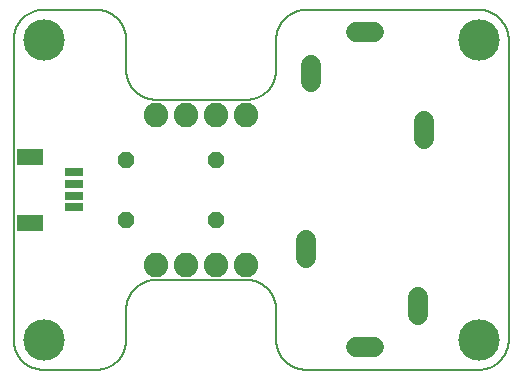
<source format=gts>
G75*
%MOIN*%
%OFA0B0*%
%FSLAX25Y25*%
%IPPOS*%
%LPD*%
%AMOC8*
5,1,8,0,0,1.08239X$1,22.5*
%
%ADD10C,0.00800*%
%ADD11R,0.08674X0.05524*%
%ADD12R,0.06115X0.03162*%
%ADD13C,0.00000*%
%ADD14C,0.13800*%
%ADD15C,0.08200*%
%ADD16C,0.06706*%
%ADD17OC8,0.05600*%
D10*
X0012250Y0015449D02*
X0029750Y0015449D01*
X0029992Y0015452D01*
X0030233Y0015461D01*
X0030474Y0015475D01*
X0030715Y0015496D01*
X0030955Y0015522D01*
X0031195Y0015554D01*
X0031434Y0015592D01*
X0031671Y0015635D01*
X0031908Y0015685D01*
X0032143Y0015740D01*
X0032377Y0015800D01*
X0032609Y0015867D01*
X0032840Y0015938D01*
X0033069Y0016016D01*
X0033296Y0016099D01*
X0033521Y0016187D01*
X0033744Y0016281D01*
X0033964Y0016380D01*
X0034182Y0016485D01*
X0034397Y0016594D01*
X0034610Y0016709D01*
X0034820Y0016829D01*
X0035026Y0016954D01*
X0035230Y0017084D01*
X0035431Y0017219D01*
X0035628Y0017359D01*
X0035822Y0017503D01*
X0036012Y0017652D01*
X0036198Y0017806D01*
X0036381Y0017964D01*
X0036560Y0018126D01*
X0036735Y0018293D01*
X0036906Y0018464D01*
X0037073Y0018639D01*
X0037235Y0018818D01*
X0037393Y0019001D01*
X0037547Y0019187D01*
X0037696Y0019377D01*
X0037840Y0019571D01*
X0037980Y0019768D01*
X0038115Y0019969D01*
X0038245Y0020173D01*
X0038370Y0020379D01*
X0038490Y0020589D01*
X0038605Y0020802D01*
X0038714Y0021017D01*
X0038819Y0021235D01*
X0038918Y0021455D01*
X0039012Y0021678D01*
X0039100Y0021903D01*
X0039183Y0022130D01*
X0039261Y0022359D01*
X0039332Y0022590D01*
X0039399Y0022822D01*
X0039459Y0023056D01*
X0039514Y0023291D01*
X0039564Y0023528D01*
X0039607Y0023765D01*
X0039645Y0024004D01*
X0039677Y0024244D01*
X0039703Y0024484D01*
X0039724Y0024725D01*
X0039738Y0024966D01*
X0039747Y0025207D01*
X0039750Y0025449D01*
X0039750Y0035449D01*
X0039753Y0035691D01*
X0039762Y0035932D01*
X0039776Y0036173D01*
X0039797Y0036414D01*
X0039823Y0036654D01*
X0039855Y0036894D01*
X0039893Y0037133D01*
X0039936Y0037370D01*
X0039986Y0037607D01*
X0040041Y0037842D01*
X0040101Y0038076D01*
X0040168Y0038308D01*
X0040239Y0038539D01*
X0040317Y0038768D01*
X0040400Y0038995D01*
X0040488Y0039220D01*
X0040582Y0039443D01*
X0040681Y0039663D01*
X0040786Y0039881D01*
X0040895Y0040096D01*
X0041010Y0040309D01*
X0041130Y0040519D01*
X0041255Y0040725D01*
X0041385Y0040929D01*
X0041520Y0041130D01*
X0041660Y0041327D01*
X0041804Y0041521D01*
X0041953Y0041711D01*
X0042107Y0041897D01*
X0042265Y0042080D01*
X0042427Y0042259D01*
X0042594Y0042434D01*
X0042765Y0042605D01*
X0042940Y0042772D01*
X0043119Y0042934D01*
X0043302Y0043092D01*
X0043488Y0043246D01*
X0043678Y0043395D01*
X0043872Y0043539D01*
X0044069Y0043679D01*
X0044270Y0043814D01*
X0044474Y0043944D01*
X0044680Y0044069D01*
X0044890Y0044189D01*
X0045103Y0044304D01*
X0045318Y0044413D01*
X0045536Y0044518D01*
X0045756Y0044617D01*
X0045979Y0044711D01*
X0046204Y0044799D01*
X0046431Y0044882D01*
X0046660Y0044960D01*
X0046891Y0045031D01*
X0047123Y0045098D01*
X0047357Y0045158D01*
X0047592Y0045213D01*
X0047829Y0045263D01*
X0048066Y0045306D01*
X0048305Y0045344D01*
X0048545Y0045376D01*
X0048785Y0045402D01*
X0049026Y0045423D01*
X0049267Y0045437D01*
X0049508Y0045446D01*
X0049750Y0045449D01*
X0079750Y0045449D01*
X0079992Y0045446D01*
X0080233Y0045437D01*
X0080474Y0045423D01*
X0080715Y0045402D01*
X0080955Y0045376D01*
X0081195Y0045344D01*
X0081434Y0045306D01*
X0081671Y0045263D01*
X0081908Y0045213D01*
X0082143Y0045158D01*
X0082377Y0045098D01*
X0082609Y0045031D01*
X0082840Y0044960D01*
X0083069Y0044882D01*
X0083296Y0044799D01*
X0083521Y0044711D01*
X0083744Y0044617D01*
X0083964Y0044518D01*
X0084182Y0044413D01*
X0084397Y0044304D01*
X0084610Y0044189D01*
X0084820Y0044069D01*
X0085026Y0043944D01*
X0085230Y0043814D01*
X0085431Y0043679D01*
X0085628Y0043539D01*
X0085822Y0043395D01*
X0086012Y0043246D01*
X0086198Y0043092D01*
X0086381Y0042934D01*
X0086560Y0042772D01*
X0086735Y0042605D01*
X0086906Y0042434D01*
X0087073Y0042259D01*
X0087235Y0042080D01*
X0087393Y0041897D01*
X0087547Y0041711D01*
X0087696Y0041521D01*
X0087840Y0041327D01*
X0087980Y0041130D01*
X0088115Y0040929D01*
X0088245Y0040725D01*
X0088370Y0040519D01*
X0088490Y0040309D01*
X0088605Y0040096D01*
X0088714Y0039881D01*
X0088819Y0039663D01*
X0088918Y0039443D01*
X0089012Y0039220D01*
X0089100Y0038995D01*
X0089183Y0038768D01*
X0089261Y0038539D01*
X0089332Y0038308D01*
X0089399Y0038076D01*
X0089459Y0037842D01*
X0089514Y0037607D01*
X0089564Y0037370D01*
X0089607Y0037133D01*
X0089645Y0036894D01*
X0089677Y0036654D01*
X0089703Y0036414D01*
X0089724Y0036173D01*
X0089738Y0035932D01*
X0089747Y0035691D01*
X0089750Y0035449D01*
X0089750Y0025449D01*
X0089753Y0025207D01*
X0089762Y0024966D01*
X0089776Y0024725D01*
X0089797Y0024484D01*
X0089823Y0024244D01*
X0089855Y0024004D01*
X0089893Y0023765D01*
X0089936Y0023528D01*
X0089986Y0023291D01*
X0090041Y0023056D01*
X0090101Y0022822D01*
X0090168Y0022590D01*
X0090239Y0022359D01*
X0090317Y0022130D01*
X0090400Y0021903D01*
X0090488Y0021678D01*
X0090582Y0021455D01*
X0090681Y0021235D01*
X0090786Y0021017D01*
X0090895Y0020802D01*
X0091010Y0020589D01*
X0091130Y0020379D01*
X0091255Y0020173D01*
X0091385Y0019969D01*
X0091520Y0019768D01*
X0091660Y0019571D01*
X0091804Y0019377D01*
X0091953Y0019187D01*
X0092107Y0019001D01*
X0092265Y0018818D01*
X0092427Y0018639D01*
X0092594Y0018464D01*
X0092765Y0018293D01*
X0092940Y0018126D01*
X0093119Y0017964D01*
X0093302Y0017806D01*
X0093488Y0017652D01*
X0093678Y0017503D01*
X0093872Y0017359D01*
X0094069Y0017219D01*
X0094270Y0017084D01*
X0094474Y0016954D01*
X0094680Y0016829D01*
X0094890Y0016709D01*
X0095103Y0016594D01*
X0095318Y0016485D01*
X0095536Y0016380D01*
X0095756Y0016281D01*
X0095979Y0016187D01*
X0096204Y0016099D01*
X0096431Y0016016D01*
X0096660Y0015938D01*
X0096891Y0015867D01*
X0097123Y0015800D01*
X0097357Y0015740D01*
X0097592Y0015685D01*
X0097829Y0015635D01*
X0098066Y0015592D01*
X0098305Y0015554D01*
X0098545Y0015522D01*
X0098785Y0015496D01*
X0099026Y0015475D01*
X0099267Y0015461D01*
X0099508Y0015452D01*
X0099750Y0015449D01*
X0157250Y0015449D01*
X0157492Y0015452D01*
X0157733Y0015461D01*
X0157974Y0015475D01*
X0158215Y0015496D01*
X0158455Y0015522D01*
X0158695Y0015554D01*
X0158934Y0015592D01*
X0159171Y0015635D01*
X0159408Y0015685D01*
X0159643Y0015740D01*
X0159877Y0015800D01*
X0160109Y0015867D01*
X0160340Y0015938D01*
X0160569Y0016016D01*
X0160796Y0016099D01*
X0161021Y0016187D01*
X0161244Y0016281D01*
X0161464Y0016380D01*
X0161682Y0016485D01*
X0161897Y0016594D01*
X0162110Y0016709D01*
X0162320Y0016829D01*
X0162526Y0016954D01*
X0162730Y0017084D01*
X0162931Y0017219D01*
X0163128Y0017359D01*
X0163322Y0017503D01*
X0163512Y0017652D01*
X0163698Y0017806D01*
X0163881Y0017964D01*
X0164060Y0018126D01*
X0164235Y0018293D01*
X0164406Y0018464D01*
X0164573Y0018639D01*
X0164735Y0018818D01*
X0164893Y0019001D01*
X0165047Y0019187D01*
X0165196Y0019377D01*
X0165340Y0019571D01*
X0165480Y0019768D01*
X0165615Y0019969D01*
X0165745Y0020173D01*
X0165870Y0020379D01*
X0165990Y0020589D01*
X0166105Y0020802D01*
X0166214Y0021017D01*
X0166319Y0021235D01*
X0166418Y0021455D01*
X0166512Y0021678D01*
X0166600Y0021903D01*
X0166683Y0022130D01*
X0166761Y0022359D01*
X0166832Y0022590D01*
X0166899Y0022822D01*
X0166959Y0023056D01*
X0167014Y0023291D01*
X0167064Y0023528D01*
X0167107Y0023765D01*
X0167145Y0024004D01*
X0167177Y0024244D01*
X0167203Y0024484D01*
X0167224Y0024725D01*
X0167238Y0024966D01*
X0167247Y0025207D01*
X0167250Y0025449D01*
X0167250Y0125449D01*
X0167247Y0125691D01*
X0167238Y0125932D01*
X0167224Y0126173D01*
X0167203Y0126414D01*
X0167177Y0126654D01*
X0167145Y0126894D01*
X0167107Y0127133D01*
X0167064Y0127370D01*
X0167014Y0127607D01*
X0166959Y0127842D01*
X0166899Y0128076D01*
X0166832Y0128308D01*
X0166761Y0128539D01*
X0166683Y0128768D01*
X0166600Y0128995D01*
X0166512Y0129220D01*
X0166418Y0129443D01*
X0166319Y0129663D01*
X0166214Y0129881D01*
X0166105Y0130096D01*
X0165990Y0130309D01*
X0165870Y0130519D01*
X0165745Y0130725D01*
X0165615Y0130929D01*
X0165480Y0131130D01*
X0165340Y0131327D01*
X0165196Y0131521D01*
X0165047Y0131711D01*
X0164893Y0131897D01*
X0164735Y0132080D01*
X0164573Y0132259D01*
X0164406Y0132434D01*
X0164235Y0132605D01*
X0164060Y0132772D01*
X0163881Y0132934D01*
X0163698Y0133092D01*
X0163512Y0133246D01*
X0163322Y0133395D01*
X0163128Y0133539D01*
X0162931Y0133679D01*
X0162730Y0133814D01*
X0162526Y0133944D01*
X0162320Y0134069D01*
X0162110Y0134189D01*
X0161897Y0134304D01*
X0161682Y0134413D01*
X0161464Y0134518D01*
X0161244Y0134617D01*
X0161021Y0134711D01*
X0160796Y0134799D01*
X0160569Y0134882D01*
X0160340Y0134960D01*
X0160109Y0135031D01*
X0159877Y0135098D01*
X0159643Y0135158D01*
X0159408Y0135213D01*
X0159171Y0135263D01*
X0158934Y0135306D01*
X0158695Y0135344D01*
X0158455Y0135376D01*
X0158215Y0135402D01*
X0157974Y0135423D01*
X0157733Y0135437D01*
X0157492Y0135446D01*
X0157250Y0135449D01*
X0099750Y0135449D01*
X0099508Y0135446D01*
X0099267Y0135437D01*
X0099026Y0135423D01*
X0098785Y0135402D01*
X0098545Y0135376D01*
X0098305Y0135344D01*
X0098066Y0135306D01*
X0097829Y0135263D01*
X0097592Y0135213D01*
X0097357Y0135158D01*
X0097123Y0135098D01*
X0096891Y0135031D01*
X0096660Y0134960D01*
X0096431Y0134882D01*
X0096204Y0134799D01*
X0095979Y0134711D01*
X0095756Y0134617D01*
X0095536Y0134518D01*
X0095318Y0134413D01*
X0095103Y0134304D01*
X0094890Y0134189D01*
X0094680Y0134069D01*
X0094474Y0133944D01*
X0094270Y0133814D01*
X0094069Y0133679D01*
X0093872Y0133539D01*
X0093678Y0133395D01*
X0093488Y0133246D01*
X0093302Y0133092D01*
X0093119Y0132934D01*
X0092940Y0132772D01*
X0092765Y0132605D01*
X0092594Y0132434D01*
X0092427Y0132259D01*
X0092265Y0132080D01*
X0092107Y0131897D01*
X0091953Y0131711D01*
X0091804Y0131521D01*
X0091660Y0131327D01*
X0091520Y0131130D01*
X0091385Y0130929D01*
X0091255Y0130725D01*
X0091130Y0130519D01*
X0091010Y0130309D01*
X0090895Y0130096D01*
X0090786Y0129881D01*
X0090681Y0129663D01*
X0090582Y0129443D01*
X0090488Y0129220D01*
X0090400Y0128995D01*
X0090317Y0128768D01*
X0090239Y0128539D01*
X0090168Y0128308D01*
X0090101Y0128076D01*
X0090041Y0127842D01*
X0089986Y0127607D01*
X0089936Y0127370D01*
X0089893Y0127133D01*
X0089855Y0126894D01*
X0089823Y0126654D01*
X0089797Y0126414D01*
X0089776Y0126173D01*
X0089762Y0125932D01*
X0089753Y0125691D01*
X0089750Y0125449D01*
X0089750Y0115449D01*
X0089747Y0115207D01*
X0089738Y0114966D01*
X0089724Y0114725D01*
X0089703Y0114484D01*
X0089677Y0114244D01*
X0089645Y0114004D01*
X0089607Y0113765D01*
X0089564Y0113528D01*
X0089514Y0113291D01*
X0089459Y0113056D01*
X0089399Y0112822D01*
X0089332Y0112590D01*
X0089261Y0112359D01*
X0089183Y0112130D01*
X0089100Y0111903D01*
X0089012Y0111678D01*
X0088918Y0111455D01*
X0088819Y0111235D01*
X0088714Y0111017D01*
X0088605Y0110802D01*
X0088490Y0110589D01*
X0088370Y0110379D01*
X0088245Y0110173D01*
X0088115Y0109969D01*
X0087980Y0109768D01*
X0087840Y0109571D01*
X0087696Y0109377D01*
X0087547Y0109187D01*
X0087393Y0109001D01*
X0087235Y0108818D01*
X0087073Y0108639D01*
X0086906Y0108464D01*
X0086735Y0108293D01*
X0086560Y0108126D01*
X0086381Y0107964D01*
X0086198Y0107806D01*
X0086012Y0107652D01*
X0085822Y0107503D01*
X0085628Y0107359D01*
X0085431Y0107219D01*
X0085230Y0107084D01*
X0085026Y0106954D01*
X0084820Y0106829D01*
X0084610Y0106709D01*
X0084397Y0106594D01*
X0084182Y0106485D01*
X0083964Y0106380D01*
X0083744Y0106281D01*
X0083521Y0106187D01*
X0083296Y0106099D01*
X0083069Y0106016D01*
X0082840Y0105938D01*
X0082609Y0105867D01*
X0082377Y0105800D01*
X0082143Y0105740D01*
X0081908Y0105685D01*
X0081671Y0105635D01*
X0081434Y0105592D01*
X0081195Y0105554D01*
X0080955Y0105522D01*
X0080715Y0105496D01*
X0080474Y0105475D01*
X0080233Y0105461D01*
X0079992Y0105452D01*
X0079750Y0105449D01*
X0049750Y0105449D01*
X0049508Y0105452D01*
X0049267Y0105461D01*
X0049026Y0105475D01*
X0048785Y0105496D01*
X0048545Y0105522D01*
X0048305Y0105554D01*
X0048066Y0105592D01*
X0047829Y0105635D01*
X0047592Y0105685D01*
X0047357Y0105740D01*
X0047123Y0105800D01*
X0046891Y0105867D01*
X0046660Y0105938D01*
X0046431Y0106016D01*
X0046204Y0106099D01*
X0045979Y0106187D01*
X0045756Y0106281D01*
X0045536Y0106380D01*
X0045318Y0106485D01*
X0045103Y0106594D01*
X0044890Y0106709D01*
X0044680Y0106829D01*
X0044474Y0106954D01*
X0044270Y0107084D01*
X0044069Y0107219D01*
X0043872Y0107359D01*
X0043678Y0107503D01*
X0043488Y0107652D01*
X0043302Y0107806D01*
X0043119Y0107964D01*
X0042940Y0108126D01*
X0042765Y0108293D01*
X0042594Y0108464D01*
X0042427Y0108639D01*
X0042265Y0108818D01*
X0042107Y0109001D01*
X0041953Y0109187D01*
X0041804Y0109377D01*
X0041660Y0109571D01*
X0041520Y0109768D01*
X0041385Y0109969D01*
X0041255Y0110173D01*
X0041130Y0110379D01*
X0041010Y0110589D01*
X0040895Y0110802D01*
X0040786Y0111017D01*
X0040681Y0111235D01*
X0040582Y0111455D01*
X0040488Y0111678D01*
X0040400Y0111903D01*
X0040317Y0112130D01*
X0040239Y0112359D01*
X0040168Y0112590D01*
X0040101Y0112822D01*
X0040041Y0113056D01*
X0039986Y0113291D01*
X0039936Y0113528D01*
X0039893Y0113765D01*
X0039855Y0114004D01*
X0039823Y0114244D01*
X0039797Y0114484D01*
X0039776Y0114725D01*
X0039762Y0114966D01*
X0039753Y0115207D01*
X0039750Y0115449D01*
X0039750Y0125449D01*
X0039747Y0125691D01*
X0039738Y0125932D01*
X0039724Y0126173D01*
X0039703Y0126414D01*
X0039677Y0126654D01*
X0039645Y0126894D01*
X0039607Y0127133D01*
X0039564Y0127370D01*
X0039514Y0127607D01*
X0039459Y0127842D01*
X0039399Y0128076D01*
X0039332Y0128308D01*
X0039261Y0128539D01*
X0039183Y0128768D01*
X0039100Y0128995D01*
X0039012Y0129220D01*
X0038918Y0129443D01*
X0038819Y0129663D01*
X0038714Y0129881D01*
X0038605Y0130096D01*
X0038490Y0130309D01*
X0038370Y0130519D01*
X0038245Y0130725D01*
X0038115Y0130929D01*
X0037980Y0131130D01*
X0037840Y0131327D01*
X0037696Y0131521D01*
X0037547Y0131711D01*
X0037393Y0131897D01*
X0037235Y0132080D01*
X0037073Y0132259D01*
X0036906Y0132434D01*
X0036735Y0132605D01*
X0036560Y0132772D01*
X0036381Y0132934D01*
X0036198Y0133092D01*
X0036012Y0133246D01*
X0035822Y0133395D01*
X0035628Y0133539D01*
X0035431Y0133679D01*
X0035230Y0133814D01*
X0035026Y0133944D01*
X0034820Y0134069D01*
X0034610Y0134189D01*
X0034397Y0134304D01*
X0034182Y0134413D01*
X0033964Y0134518D01*
X0033744Y0134617D01*
X0033521Y0134711D01*
X0033296Y0134799D01*
X0033069Y0134882D01*
X0032840Y0134960D01*
X0032609Y0135031D01*
X0032377Y0135098D01*
X0032143Y0135158D01*
X0031908Y0135213D01*
X0031671Y0135263D01*
X0031434Y0135306D01*
X0031195Y0135344D01*
X0030955Y0135376D01*
X0030715Y0135402D01*
X0030474Y0135423D01*
X0030233Y0135437D01*
X0029992Y0135446D01*
X0029750Y0135449D01*
X0012250Y0135449D01*
X0012008Y0135446D01*
X0011767Y0135437D01*
X0011526Y0135423D01*
X0011285Y0135402D01*
X0011045Y0135376D01*
X0010805Y0135344D01*
X0010566Y0135306D01*
X0010329Y0135263D01*
X0010092Y0135213D01*
X0009857Y0135158D01*
X0009623Y0135098D01*
X0009391Y0135031D01*
X0009160Y0134960D01*
X0008931Y0134882D01*
X0008704Y0134799D01*
X0008479Y0134711D01*
X0008256Y0134617D01*
X0008036Y0134518D01*
X0007818Y0134413D01*
X0007603Y0134304D01*
X0007390Y0134189D01*
X0007180Y0134069D01*
X0006974Y0133944D01*
X0006770Y0133814D01*
X0006569Y0133679D01*
X0006372Y0133539D01*
X0006178Y0133395D01*
X0005988Y0133246D01*
X0005802Y0133092D01*
X0005619Y0132934D01*
X0005440Y0132772D01*
X0005265Y0132605D01*
X0005094Y0132434D01*
X0004927Y0132259D01*
X0004765Y0132080D01*
X0004607Y0131897D01*
X0004453Y0131711D01*
X0004304Y0131521D01*
X0004160Y0131327D01*
X0004020Y0131130D01*
X0003885Y0130929D01*
X0003755Y0130725D01*
X0003630Y0130519D01*
X0003510Y0130309D01*
X0003395Y0130096D01*
X0003286Y0129881D01*
X0003181Y0129663D01*
X0003082Y0129443D01*
X0002988Y0129220D01*
X0002900Y0128995D01*
X0002817Y0128768D01*
X0002739Y0128539D01*
X0002668Y0128308D01*
X0002601Y0128076D01*
X0002541Y0127842D01*
X0002486Y0127607D01*
X0002436Y0127370D01*
X0002393Y0127133D01*
X0002355Y0126894D01*
X0002323Y0126654D01*
X0002297Y0126414D01*
X0002276Y0126173D01*
X0002262Y0125932D01*
X0002253Y0125691D01*
X0002250Y0125449D01*
X0002250Y0025449D01*
X0002253Y0025207D01*
X0002262Y0024966D01*
X0002276Y0024725D01*
X0002297Y0024484D01*
X0002323Y0024244D01*
X0002355Y0024004D01*
X0002393Y0023765D01*
X0002436Y0023528D01*
X0002486Y0023291D01*
X0002541Y0023056D01*
X0002601Y0022822D01*
X0002668Y0022590D01*
X0002739Y0022359D01*
X0002817Y0022130D01*
X0002900Y0021903D01*
X0002988Y0021678D01*
X0003082Y0021455D01*
X0003181Y0021235D01*
X0003286Y0021017D01*
X0003395Y0020802D01*
X0003510Y0020589D01*
X0003630Y0020379D01*
X0003755Y0020173D01*
X0003885Y0019969D01*
X0004020Y0019768D01*
X0004160Y0019571D01*
X0004304Y0019377D01*
X0004453Y0019187D01*
X0004607Y0019001D01*
X0004765Y0018818D01*
X0004927Y0018639D01*
X0005094Y0018464D01*
X0005265Y0018293D01*
X0005440Y0018126D01*
X0005619Y0017964D01*
X0005802Y0017806D01*
X0005988Y0017652D01*
X0006178Y0017503D01*
X0006372Y0017359D01*
X0006569Y0017219D01*
X0006770Y0017084D01*
X0006974Y0016954D01*
X0007180Y0016829D01*
X0007390Y0016709D01*
X0007603Y0016594D01*
X0007818Y0016485D01*
X0008036Y0016380D01*
X0008256Y0016281D01*
X0008479Y0016187D01*
X0008704Y0016099D01*
X0008931Y0016016D01*
X0009160Y0015938D01*
X0009391Y0015867D01*
X0009623Y0015800D01*
X0009857Y0015740D01*
X0010092Y0015685D01*
X0010329Y0015635D01*
X0010566Y0015592D01*
X0010805Y0015554D01*
X0011045Y0015522D01*
X0011285Y0015496D01*
X0011526Y0015475D01*
X0011767Y0015461D01*
X0012008Y0015452D01*
X0012250Y0015449D01*
D11*
X0007781Y0064425D03*
X0007781Y0086472D03*
D12*
X0022250Y0081354D03*
X0022250Y0077417D03*
X0022250Y0073480D03*
X0022250Y0069543D03*
D13*
X0005750Y0025449D02*
X0005752Y0025610D01*
X0005758Y0025770D01*
X0005768Y0025931D01*
X0005782Y0026091D01*
X0005800Y0026251D01*
X0005821Y0026410D01*
X0005847Y0026569D01*
X0005877Y0026727D01*
X0005910Y0026884D01*
X0005948Y0027041D01*
X0005989Y0027196D01*
X0006034Y0027350D01*
X0006083Y0027503D01*
X0006136Y0027655D01*
X0006192Y0027806D01*
X0006253Y0027955D01*
X0006316Y0028103D01*
X0006384Y0028249D01*
X0006455Y0028393D01*
X0006529Y0028535D01*
X0006607Y0028676D01*
X0006689Y0028814D01*
X0006774Y0028951D01*
X0006862Y0029085D01*
X0006954Y0029217D01*
X0007049Y0029347D01*
X0007147Y0029475D01*
X0007248Y0029600D01*
X0007352Y0029722D01*
X0007459Y0029842D01*
X0007569Y0029959D01*
X0007682Y0030074D01*
X0007798Y0030185D01*
X0007917Y0030294D01*
X0008038Y0030399D01*
X0008162Y0030502D01*
X0008288Y0030602D01*
X0008416Y0030698D01*
X0008547Y0030791D01*
X0008681Y0030881D01*
X0008816Y0030968D01*
X0008954Y0031051D01*
X0009093Y0031131D01*
X0009235Y0031207D01*
X0009378Y0031280D01*
X0009523Y0031349D01*
X0009670Y0031415D01*
X0009818Y0031477D01*
X0009968Y0031535D01*
X0010119Y0031590D01*
X0010272Y0031641D01*
X0010426Y0031688D01*
X0010581Y0031731D01*
X0010737Y0031770D01*
X0010893Y0031806D01*
X0011051Y0031837D01*
X0011209Y0031865D01*
X0011368Y0031889D01*
X0011528Y0031909D01*
X0011688Y0031925D01*
X0011848Y0031937D01*
X0012009Y0031945D01*
X0012170Y0031949D01*
X0012330Y0031949D01*
X0012491Y0031945D01*
X0012652Y0031937D01*
X0012812Y0031925D01*
X0012972Y0031909D01*
X0013132Y0031889D01*
X0013291Y0031865D01*
X0013449Y0031837D01*
X0013607Y0031806D01*
X0013763Y0031770D01*
X0013919Y0031731D01*
X0014074Y0031688D01*
X0014228Y0031641D01*
X0014381Y0031590D01*
X0014532Y0031535D01*
X0014682Y0031477D01*
X0014830Y0031415D01*
X0014977Y0031349D01*
X0015122Y0031280D01*
X0015265Y0031207D01*
X0015407Y0031131D01*
X0015546Y0031051D01*
X0015684Y0030968D01*
X0015819Y0030881D01*
X0015953Y0030791D01*
X0016084Y0030698D01*
X0016212Y0030602D01*
X0016338Y0030502D01*
X0016462Y0030399D01*
X0016583Y0030294D01*
X0016702Y0030185D01*
X0016818Y0030074D01*
X0016931Y0029959D01*
X0017041Y0029842D01*
X0017148Y0029722D01*
X0017252Y0029600D01*
X0017353Y0029475D01*
X0017451Y0029347D01*
X0017546Y0029217D01*
X0017638Y0029085D01*
X0017726Y0028951D01*
X0017811Y0028814D01*
X0017893Y0028676D01*
X0017971Y0028535D01*
X0018045Y0028393D01*
X0018116Y0028249D01*
X0018184Y0028103D01*
X0018247Y0027955D01*
X0018308Y0027806D01*
X0018364Y0027655D01*
X0018417Y0027503D01*
X0018466Y0027350D01*
X0018511Y0027196D01*
X0018552Y0027041D01*
X0018590Y0026884D01*
X0018623Y0026727D01*
X0018653Y0026569D01*
X0018679Y0026410D01*
X0018700Y0026251D01*
X0018718Y0026091D01*
X0018732Y0025931D01*
X0018742Y0025770D01*
X0018748Y0025610D01*
X0018750Y0025449D01*
X0018748Y0025288D01*
X0018742Y0025128D01*
X0018732Y0024967D01*
X0018718Y0024807D01*
X0018700Y0024647D01*
X0018679Y0024488D01*
X0018653Y0024329D01*
X0018623Y0024171D01*
X0018590Y0024014D01*
X0018552Y0023857D01*
X0018511Y0023702D01*
X0018466Y0023548D01*
X0018417Y0023395D01*
X0018364Y0023243D01*
X0018308Y0023092D01*
X0018247Y0022943D01*
X0018184Y0022795D01*
X0018116Y0022649D01*
X0018045Y0022505D01*
X0017971Y0022363D01*
X0017893Y0022222D01*
X0017811Y0022084D01*
X0017726Y0021947D01*
X0017638Y0021813D01*
X0017546Y0021681D01*
X0017451Y0021551D01*
X0017353Y0021423D01*
X0017252Y0021298D01*
X0017148Y0021176D01*
X0017041Y0021056D01*
X0016931Y0020939D01*
X0016818Y0020824D01*
X0016702Y0020713D01*
X0016583Y0020604D01*
X0016462Y0020499D01*
X0016338Y0020396D01*
X0016212Y0020296D01*
X0016084Y0020200D01*
X0015953Y0020107D01*
X0015819Y0020017D01*
X0015684Y0019930D01*
X0015546Y0019847D01*
X0015407Y0019767D01*
X0015265Y0019691D01*
X0015122Y0019618D01*
X0014977Y0019549D01*
X0014830Y0019483D01*
X0014682Y0019421D01*
X0014532Y0019363D01*
X0014381Y0019308D01*
X0014228Y0019257D01*
X0014074Y0019210D01*
X0013919Y0019167D01*
X0013763Y0019128D01*
X0013607Y0019092D01*
X0013449Y0019061D01*
X0013291Y0019033D01*
X0013132Y0019009D01*
X0012972Y0018989D01*
X0012812Y0018973D01*
X0012652Y0018961D01*
X0012491Y0018953D01*
X0012330Y0018949D01*
X0012170Y0018949D01*
X0012009Y0018953D01*
X0011848Y0018961D01*
X0011688Y0018973D01*
X0011528Y0018989D01*
X0011368Y0019009D01*
X0011209Y0019033D01*
X0011051Y0019061D01*
X0010893Y0019092D01*
X0010737Y0019128D01*
X0010581Y0019167D01*
X0010426Y0019210D01*
X0010272Y0019257D01*
X0010119Y0019308D01*
X0009968Y0019363D01*
X0009818Y0019421D01*
X0009670Y0019483D01*
X0009523Y0019549D01*
X0009378Y0019618D01*
X0009235Y0019691D01*
X0009093Y0019767D01*
X0008954Y0019847D01*
X0008816Y0019930D01*
X0008681Y0020017D01*
X0008547Y0020107D01*
X0008416Y0020200D01*
X0008288Y0020296D01*
X0008162Y0020396D01*
X0008038Y0020499D01*
X0007917Y0020604D01*
X0007798Y0020713D01*
X0007682Y0020824D01*
X0007569Y0020939D01*
X0007459Y0021056D01*
X0007352Y0021176D01*
X0007248Y0021298D01*
X0007147Y0021423D01*
X0007049Y0021551D01*
X0006954Y0021681D01*
X0006862Y0021813D01*
X0006774Y0021947D01*
X0006689Y0022084D01*
X0006607Y0022222D01*
X0006529Y0022363D01*
X0006455Y0022505D01*
X0006384Y0022649D01*
X0006316Y0022795D01*
X0006253Y0022943D01*
X0006192Y0023092D01*
X0006136Y0023243D01*
X0006083Y0023395D01*
X0006034Y0023548D01*
X0005989Y0023702D01*
X0005948Y0023857D01*
X0005910Y0024014D01*
X0005877Y0024171D01*
X0005847Y0024329D01*
X0005821Y0024488D01*
X0005800Y0024647D01*
X0005782Y0024807D01*
X0005768Y0024967D01*
X0005758Y0025128D01*
X0005752Y0025288D01*
X0005750Y0025449D01*
X0005750Y0125449D02*
X0005752Y0125610D01*
X0005758Y0125770D01*
X0005768Y0125931D01*
X0005782Y0126091D01*
X0005800Y0126251D01*
X0005821Y0126410D01*
X0005847Y0126569D01*
X0005877Y0126727D01*
X0005910Y0126884D01*
X0005948Y0127041D01*
X0005989Y0127196D01*
X0006034Y0127350D01*
X0006083Y0127503D01*
X0006136Y0127655D01*
X0006192Y0127806D01*
X0006253Y0127955D01*
X0006316Y0128103D01*
X0006384Y0128249D01*
X0006455Y0128393D01*
X0006529Y0128535D01*
X0006607Y0128676D01*
X0006689Y0128814D01*
X0006774Y0128951D01*
X0006862Y0129085D01*
X0006954Y0129217D01*
X0007049Y0129347D01*
X0007147Y0129475D01*
X0007248Y0129600D01*
X0007352Y0129722D01*
X0007459Y0129842D01*
X0007569Y0129959D01*
X0007682Y0130074D01*
X0007798Y0130185D01*
X0007917Y0130294D01*
X0008038Y0130399D01*
X0008162Y0130502D01*
X0008288Y0130602D01*
X0008416Y0130698D01*
X0008547Y0130791D01*
X0008681Y0130881D01*
X0008816Y0130968D01*
X0008954Y0131051D01*
X0009093Y0131131D01*
X0009235Y0131207D01*
X0009378Y0131280D01*
X0009523Y0131349D01*
X0009670Y0131415D01*
X0009818Y0131477D01*
X0009968Y0131535D01*
X0010119Y0131590D01*
X0010272Y0131641D01*
X0010426Y0131688D01*
X0010581Y0131731D01*
X0010737Y0131770D01*
X0010893Y0131806D01*
X0011051Y0131837D01*
X0011209Y0131865D01*
X0011368Y0131889D01*
X0011528Y0131909D01*
X0011688Y0131925D01*
X0011848Y0131937D01*
X0012009Y0131945D01*
X0012170Y0131949D01*
X0012330Y0131949D01*
X0012491Y0131945D01*
X0012652Y0131937D01*
X0012812Y0131925D01*
X0012972Y0131909D01*
X0013132Y0131889D01*
X0013291Y0131865D01*
X0013449Y0131837D01*
X0013607Y0131806D01*
X0013763Y0131770D01*
X0013919Y0131731D01*
X0014074Y0131688D01*
X0014228Y0131641D01*
X0014381Y0131590D01*
X0014532Y0131535D01*
X0014682Y0131477D01*
X0014830Y0131415D01*
X0014977Y0131349D01*
X0015122Y0131280D01*
X0015265Y0131207D01*
X0015407Y0131131D01*
X0015546Y0131051D01*
X0015684Y0130968D01*
X0015819Y0130881D01*
X0015953Y0130791D01*
X0016084Y0130698D01*
X0016212Y0130602D01*
X0016338Y0130502D01*
X0016462Y0130399D01*
X0016583Y0130294D01*
X0016702Y0130185D01*
X0016818Y0130074D01*
X0016931Y0129959D01*
X0017041Y0129842D01*
X0017148Y0129722D01*
X0017252Y0129600D01*
X0017353Y0129475D01*
X0017451Y0129347D01*
X0017546Y0129217D01*
X0017638Y0129085D01*
X0017726Y0128951D01*
X0017811Y0128814D01*
X0017893Y0128676D01*
X0017971Y0128535D01*
X0018045Y0128393D01*
X0018116Y0128249D01*
X0018184Y0128103D01*
X0018247Y0127955D01*
X0018308Y0127806D01*
X0018364Y0127655D01*
X0018417Y0127503D01*
X0018466Y0127350D01*
X0018511Y0127196D01*
X0018552Y0127041D01*
X0018590Y0126884D01*
X0018623Y0126727D01*
X0018653Y0126569D01*
X0018679Y0126410D01*
X0018700Y0126251D01*
X0018718Y0126091D01*
X0018732Y0125931D01*
X0018742Y0125770D01*
X0018748Y0125610D01*
X0018750Y0125449D01*
X0018748Y0125288D01*
X0018742Y0125128D01*
X0018732Y0124967D01*
X0018718Y0124807D01*
X0018700Y0124647D01*
X0018679Y0124488D01*
X0018653Y0124329D01*
X0018623Y0124171D01*
X0018590Y0124014D01*
X0018552Y0123857D01*
X0018511Y0123702D01*
X0018466Y0123548D01*
X0018417Y0123395D01*
X0018364Y0123243D01*
X0018308Y0123092D01*
X0018247Y0122943D01*
X0018184Y0122795D01*
X0018116Y0122649D01*
X0018045Y0122505D01*
X0017971Y0122363D01*
X0017893Y0122222D01*
X0017811Y0122084D01*
X0017726Y0121947D01*
X0017638Y0121813D01*
X0017546Y0121681D01*
X0017451Y0121551D01*
X0017353Y0121423D01*
X0017252Y0121298D01*
X0017148Y0121176D01*
X0017041Y0121056D01*
X0016931Y0120939D01*
X0016818Y0120824D01*
X0016702Y0120713D01*
X0016583Y0120604D01*
X0016462Y0120499D01*
X0016338Y0120396D01*
X0016212Y0120296D01*
X0016084Y0120200D01*
X0015953Y0120107D01*
X0015819Y0120017D01*
X0015684Y0119930D01*
X0015546Y0119847D01*
X0015407Y0119767D01*
X0015265Y0119691D01*
X0015122Y0119618D01*
X0014977Y0119549D01*
X0014830Y0119483D01*
X0014682Y0119421D01*
X0014532Y0119363D01*
X0014381Y0119308D01*
X0014228Y0119257D01*
X0014074Y0119210D01*
X0013919Y0119167D01*
X0013763Y0119128D01*
X0013607Y0119092D01*
X0013449Y0119061D01*
X0013291Y0119033D01*
X0013132Y0119009D01*
X0012972Y0118989D01*
X0012812Y0118973D01*
X0012652Y0118961D01*
X0012491Y0118953D01*
X0012330Y0118949D01*
X0012170Y0118949D01*
X0012009Y0118953D01*
X0011848Y0118961D01*
X0011688Y0118973D01*
X0011528Y0118989D01*
X0011368Y0119009D01*
X0011209Y0119033D01*
X0011051Y0119061D01*
X0010893Y0119092D01*
X0010737Y0119128D01*
X0010581Y0119167D01*
X0010426Y0119210D01*
X0010272Y0119257D01*
X0010119Y0119308D01*
X0009968Y0119363D01*
X0009818Y0119421D01*
X0009670Y0119483D01*
X0009523Y0119549D01*
X0009378Y0119618D01*
X0009235Y0119691D01*
X0009093Y0119767D01*
X0008954Y0119847D01*
X0008816Y0119930D01*
X0008681Y0120017D01*
X0008547Y0120107D01*
X0008416Y0120200D01*
X0008288Y0120296D01*
X0008162Y0120396D01*
X0008038Y0120499D01*
X0007917Y0120604D01*
X0007798Y0120713D01*
X0007682Y0120824D01*
X0007569Y0120939D01*
X0007459Y0121056D01*
X0007352Y0121176D01*
X0007248Y0121298D01*
X0007147Y0121423D01*
X0007049Y0121551D01*
X0006954Y0121681D01*
X0006862Y0121813D01*
X0006774Y0121947D01*
X0006689Y0122084D01*
X0006607Y0122222D01*
X0006529Y0122363D01*
X0006455Y0122505D01*
X0006384Y0122649D01*
X0006316Y0122795D01*
X0006253Y0122943D01*
X0006192Y0123092D01*
X0006136Y0123243D01*
X0006083Y0123395D01*
X0006034Y0123548D01*
X0005989Y0123702D01*
X0005948Y0123857D01*
X0005910Y0124014D01*
X0005877Y0124171D01*
X0005847Y0124329D01*
X0005821Y0124488D01*
X0005800Y0124647D01*
X0005782Y0124807D01*
X0005768Y0124967D01*
X0005758Y0125128D01*
X0005752Y0125288D01*
X0005750Y0125449D01*
X0150750Y0125449D02*
X0150752Y0125610D01*
X0150758Y0125770D01*
X0150768Y0125931D01*
X0150782Y0126091D01*
X0150800Y0126251D01*
X0150821Y0126410D01*
X0150847Y0126569D01*
X0150877Y0126727D01*
X0150910Y0126884D01*
X0150948Y0127041D01*
X0150989Y0127196D01*
X0151034Y0127350D01*
X0151083Y0127503D01*
X0151136Y0127655D01*
X0151192Y0127806D01*
X0151253Y0127955D01*
X0151316Y0128103D01*
X0151384Y0128249D01*
X0151455Y0128393D01*
X0151529Y0128535D01*
X0151607Y0128676D01*
X0151689Y0128814D01*
X0151774Y0128951D01*
X0151862Y0129085D01*
X0151954Y0129217D01*
X0152049Y0129347D01*
X0152147Y0129475D01*
X0152248Y0129600D01*
X0152352Y0129722D01*
X0152459Y0129842D01*
X0152569Y0129959D01*
X0152682Y0130074D01*
X0152798Y0130185D01*
X0152917Y0130294D01*
X0153038Y0130399D01*
X0153162Y0130502D01*
X0153288Y0130602D01*
X0153416Y0130698D01*
X0153547Y0130791D01*
X0153681Y0130881D01*
X0153816Y0130968D01*
X0153954Y0131051D01*
X0154093Y0131131D01*
X0154235Y0131207D01*
X0154378Y0131280D01*
X0154523Y0131349D01*
X0154670Y0131415D01*
X0154818Y0131477D01*
X0154968Y0131535D01*
X0155119Y0131590D01*
X0155272Y0131641D01*
X0155426Y0131688D01*
X0155581Y0131731D01*
X0155737Y0131770D01*
X0155893Y0131806D01*
X0156051Y0131837D01*
X0156209Y0131865D01*
X0156368Y0131889D01*
X0156528Y0131909D01*
X0156688Y0131925D01*
X0156848Y0131937D01*
X0157009Y0131945D01*
X0157170Y0131949D01*
X0157330Y0131949D01*
X0157491Y0131945D01*
X0157652Y0131937D01*
X0157812Y0131925D01*
X0157972Y0131909D01*
X0158132Y0131889D01*
X0158291Y0131865D01*
X0158449Y0131837D01*
X0158607Y0131806D01*
X0158763Y0131770D01*
X0158919Y0131731D01*
X0159074Y0131688D01*
X0159228Y0131641D01*
X0159381Y0131590D01*
X0159532Y0131535D01*
X0159682Y0131477D01*
X0159830Y0131415D01*
X0159977Y0131349D01*
X0160122Y0131280D01*
X0160265Y0131207D01*
X0160407Y0131131D01*
X0160546Y0131051D01*
X0160684Y0130968D01*
X0160819Y0130881D01*
X0160953Y0130791D01*
X0161084Y0130698D01*
X0161212Y0130602D01*
X0161338Y0130502D01*
X0161462Y0130399D01*
X0161583Y0130294D01*
X0161702Y0130185D01*
X0161818Y0130074D01*
X0161931Y0129959D01*
X0162041Y0129842D01*
X0162148Y0129722D01*
X0162252Y0129600D01*
X0162353Y0129475D01*
X0162451Y0129347D01*
X0162546Y0129217D01*
X0162638Y0129085D01*
X0162726Y0128951D01*
X0162811Y0128814D01*
X0162893Y0128676D01*
X0162971Y0128535D01*
X0163045Y0128393D01*
X0163116Y0128249D01*
X0163184Y0128103D01*
X0163247Y0127955D01*
X0163308Y0127806D01*
X0163364Y0127655D01*
X0163417Y0127503D01*
X0163466Y0127350D01*
X0163511Y0127196D01*
X0163552Y0127041D01*
X0163590Y0126884D01*
X0163623Y0126727D01*
X0163653Y0126569D01*
X0163679Y0126410D01*
X0163700Y0126251D01*
X0163718Y0126091D01*
X0163732Y0125931D01*
X0163742Y0125770D01*
X0163748Y0125610D01*
X0163750Y0125449D01*
X0163748Y0125288D01*
X0163742Y0125128D01*
X0163732Y0124967D01*
X0163718Y0124807D01*
X0163700Y0124647D01*
X0163679Y0124488D01*
X0163653Y0124329D01*
X0163623Y0124171D01*
X0163590Y0124014D01*
X0163552Y0123857D01*
X0163511Y0123702D01*
X0163466Y0123548D01*
X0163417Y0123395D01*
X0163364Y0123243D01*
X0163308Y0123092D01*
X0163247Y0122943D01*
X0163184Y0122795D01*
X0163116Y0122649D01*
X0163045Y0122505D01*
X0162971Y0122363D01*
X0162893Y0122222D01*
X0162811Y0122084D01*
X0162726Y0121947D01*
X0162638Y0121813D01*
X0162546Y0121681D01*
X0162451Y0121551D01*
X0162353Y0121423D01*
X0162252Y0121298D01*
X0162148Y0121176D01*
X0162041Y0121056D01*
X0161931Y0120939D01*
X0161818Y0120824D01*
X0161702Y0120713D01*
X0161583Y0120604D01*
X0161462Y0120499D01*
X0161338Y0120396D01*
X0161212Y0120296D01*
X0161084Y0120200D01*
X0160953Y0120107D01*
X0160819Y0120017D01*
X0160684Y0119930D01*
X0160546Y0119847D01*
X0160407Y0119767D01*
X0160265Y0119691D01*
X0160122Y0119618D01*
X0159977Y0119549D01*
X0159830Y0119483D01*
X0159682Y0119421D01*
X0159532Y0119363D01*
X0159381Y0119308D01*
X0159228Y0119257D01*
X0159074Y0119210D01*
X0158919Y0119167D01*
X0158763Y0119128D01*
X0158607Y0119092D01*
X0158449Y0119061D01*
X0158291Y0119033D01*
X0158132Y0119009D01*
X0157972Y0118989D01*
X0157812Y0118973D01*
X0157652Y0118961D01*
X0157491Y0118953D01*
X0157330Y0118949D01*
X0157170Y0118949D01*
X0157009Y0118953D01*
X0156848Y0118961D01*
X0156688Y0118973D01*
X0156528Y0118989D01*
X0156368Y0119009D01*
X0156209Y0119033D01*
X0156051Y0119061D01*
X0155893Y0119092D01*
X0155737Y0119128D01*
X0155581Y0119167D01*
X0155426Y0119210D01*
X0155272Y0119257D01*
X0155119Y0119308D01*
X0154968Y0119363D01*
X0154818Y0119421D01*
X0154670Y0119483D01*
X0154523Y0119549D01*
X0154378Y0119618D01*
X0154235Y0119691D01*
X0154093Y0119767D01*
X0153954Y0119847D01*
X0153816Y0119930D01*
X0153681Y0120017D01*
X0153547Y0120107D01*
X0153416Y0120200D01*
X0153288Y0120296D01*
X0153162Y0120396D01*
X0153038Y0120499D01*
X0152917Y0120604D01*
X0152798Y0120713D01*
X0152682Y0120824D01*
X0152569Y0120939D01*
X0152459Y0121056D01*
X0152352Y0121176D01*
X0152248Y0121298D01*
X0152147Y0121423D01*
X0152049Y0121551D01*
X0151954Y0121681D01*
X0151862Y0121813D01*
X0151774Y0121947D01*
X0151689Y0122084D01*
X0151607Y0122222D01*
X0151529Y0122363D01*
X0151455Y0122505D01*
X0151384Y0122649D01*
X0151316Y0122795D01*
X0151253Y0122943D01*
X0151192Y0123092D01*
X0151136Y0123243D01*
X0151083Y0123395D01*
X0151034Y0123548D01*
X0150989Y0123702D01*
X0150948Y0123857D01*
X0150910Y0124014D01*
X0150877Y0124171D01*
X0150847Y0124329D01*
X0150821Y0124488D01*
X0150800Y0124647D01*
X0150782Y0124807D01*
X0150768Y0124967D01*
X0150758Y0125128D01*
X0150752Y0125288D01*
X0150750Y0125449D01*
X0150750Y0025449D02*
X0150752Y0025610D01*
X0150758Y0025770D01*
X0150768Y0025931D01*
X0150782Y0026091D01*
X0150800Y0026251D01*
X0150821Y0026410D01*
X0150847Y0026569D01*
X0150877Y0026727D01*
X0150910Y0026884D01*
X0150948Y0027041D01*
X0150989Y0027196D01*
X0151034Y0027350D01*
X0151083Y0027503D01*
X0151136Y0027655D01*
X0151192Y0027806D01*
X0151253Y0027955D01*
X0151316Y0028103D01*
X0151384Y0028249D01*
X0151455Y0028393D01*
X0151529Y0028535D01*
X0151607Y0028676D01*
X0151689Y0028814D01*
X0151774Y0028951D01*
X0151862Y0029085D01*
X0151954Y0029217D01*
X0152049Y0029347D01*
X0152147Y0029475D01*
X0152248Y0029600D01*
X0152352Y0029722D01*
X0152459Y0029842D01*
X0152569Y0029959D01*
X0152682Y0030074D01*
X0152798Y0030185D01*
X0152917Y0030294D01*
X0153038Y0030399D01*
X0153162Y0030502D01*
X0153288Y0030602D01*
X0153416Y0030698D01*
X0153547Y0030791D01*
X0153681Y0030881D01*
X0153816Y0030968D01*
X0153954Y0031051D01*
X0154093Y0031131D01*
X0154235Y0031207D01*
X0154378Y0031280D01*
X0154523Y0031349D01*
X0154670Y0031415D01*
X0154818Y0031477D01*
X0154968Y0031535D01*
X0155119Y0031590D01*
X0155272Y0031641D01*
X0155426Y0031688D01*
X0155581Y0031731D01*
X0155737Y0031770D01*
X0155893Y0031806D01*
X0156051Y0031837D01*
X0156209Y0031865D01*
X0156368Y0031889D01*
X0156528Y0031909D01*
X0156688Y0031925D01*
X0156848Y0031937D01*
X0157009Y0031945D01*
X0157170Y0031949D01*
X0157330Y0031949D01*
X0157491Y0031945D01*
X0157652Y0031937D01*
X0157812Y0031925D01*
X0157972Y0031909D01*
X0158132Y0031889D01*
X0158291Y0031865D01*
X0158449Y0031837D01*
X0158607Y0031806D01*
X0158763Y0031770D01*
X0158919Y0031731D01*
X0159074Y0031688D01*
X0159228Y0031641D01*
X0159381Y0031590D01*
X0159532Y0031535D01*
X0159682Y0031477D01*
X0159830Y0031415D01*
X0159977Y0031349D01*
X0160122Y0031280D01*
X0160265Y0031207D01*
X0160407Y0031131D01*
X0160546Y0031051D01*
X0160684Y0030968D01*
X0160819Y0030881D01*
X0160953Y0030791D01*
X0161084Y0030698D01*
X0161212Y0030602D01*
X0161338Y0030502D01*
X0161462Y0030399D01*
X0161583Y0030294D01*
X0161702Y0030185D01*
X0161818Y0030074D01*
X0161931Y0029959D01*
X0162041Y0029842D01*
X0162148Y0029722D01*
X0162252Y0029600D01*
X0162353Y0029475D01*
X0162451Y0029347D01*
X0162546Y0029217D01*
X0162638Y0029085D01*
X0162726Y0028951D01*
X0162811Y0028814D01*
X0162893Y0028676D01*
X0162971Y0028535D01*
X0163045Y0028393D01*
X0163116Y0028249D01*
X0163184Y0028103D01*
X0163247Y0027955D01*
X0163308Y0027806D01*
X0163364Y0027655D01*
X0163417Y0027503D01*
X0163466Y0027350D01*
X0163511Y0027196D01*
X0163552Y0027041D01*
X0163590Y0026884D01*
X0163623Y0026727D01*
X0163653Y0026569D01*
X0163679Y0026410D01*
X0163700Y0026251D01*
X0163718Y0026091D01*
X0163732Y0025931D01*
X0163742Y0025770D01*
X0163748Y0025610D01*
X0163750Y0025449D01*
X0163748Y0025288D01*
X0163742Y0025128D01*
X0163732Y0024967D01*
X0163718Y0024807D01*
X0163700Y0024647D01*
X0163679Y0024488D01*
X0163653Y0024329D01*
X0163623Y0024171D01*
X0163590Y0024014D01*
X0163552Y0023857D01*
X0163511Y0023702D01*
X0163466Y0023548D01*
X0163417Y0023395D01*
X0163364Y0023243D01*
X0163308Y0023092D01*
X0163247Y0022943D01*
X0163184Y0022795D01*
X0163116Y0022649D01*
X0163045Y0022505D01*
X0162971Y0022363D01*
X0162893Y0022222D01*
X0162811Y0022084D01*
X0162726Y0021947D01*
X0162638Y0021813D01*
X0162546Y0021681D01*
X0162451Y0021551D01*
X0162353Y0021423D01*
X0162252Y0021298D01*
X0162148Y0021176D01*
X0162041Y0021056D01*
X0161931Y0020939D01*
X0161818Y0020824D01*
X0161702Y0020713D01*
X0161583Y0020604D01*
X0161462Y0020499D01*
X0161338Y0020396D01*
X0161212Y0020296D01*
X0161084Y0020200D01*
X0160953Y0020107D01*
X0160819Y0020017D01*
X0160684Y0019930D01*
X0160546Y0019847D01*
X0160407Y0019767D01*
X0160265Y0019691D01*
X0160122Y0019618D01*
X0159977Y0019549D01*
X0159830Y0019483D01*
X0159682Y0019421D01*
X0159532Y0019363D01*
X0159381Y0019308D01*
X0159228Y0019257D01*
X0159074Y0019210D01*
X0158919Y0019167D01*
X0158763Y0019128D01*
X0158607Y0019092D01*
X0158449Y0019061D01*
X0158291Y0019033D01*
X0158132Y0019009D01*
X0157972Y0018989D01*
X0157812Y0018973D01*
X0157652Y0018961D01*
X0157491Y0018953D01*
X0157330Y0018949D01*
X0157170Y0018949D01*
X0157009Y0018953D01*
X0156848Y0018961D01*
X0156688Y0018973D01*
X0156528Y0018989D01*
X0156368Y0019009D01*
X0156209Y0019033D01*
X0156051Y0019061D01*
X0155893Y0019092D01*
X0155737Y0019128D01*
X0155581Y0019167D01*
X0155426Y0019210D01*
X0155272Y0019257D01*
X0155119Y0019308D01*
X0154968Y0019363D01*
X0154818Y0019421D01*
X0154670Y0019483D01*
X0154523Y0019549D01*
X0154378Y0019618D01*
X0154235Y0019691D01*
X0154093Y0019767D01*
X0153954Y0019847D01*
X0153816Y0019930D01*
X0153681Y0020017D01*
X0153547Y0020107D01*
X0153416Y0020200D01*
X0153288Y0020296D01*
X0153162Y0020396D01*
X0153038Y0020499D01*
X0152917Y0020604D01*
X0152798Y0020713D01*
X0152682Y0020824D01*
X0152569Y0020939D01*
X0152459Y0021056D01*
X0152352Y0021176D01*
X0152248Y0021298D01*
X0152147Y0021423D01*
X0152049Y0021551D01*
X0151954Y0021681D01*
X0151862Y0021813D01*
X0151774Y0021947D01*
X0151689Y0022084D01*
X0151607Y0022222D01*
X0151529Y0022363D01*
X0151455Y0022505D01*
X0151384Y0022649D01*
X0151316Y0022795D01*
X0151253Y0022943D01*
X0151192Y0023092D01*
X0151136Y0023243D01*
X0151083Y0023395D01*
X0151034Y0023548D01*
X0150989Y0023702D01*
X0150948Y0023857D01*
X0150910Y0024014D01*
X0150877Y0024171D01*
X0150847Y0024329D01*
X0150821Y0024488D01*
X0150800Y0024647D01*
X0150782Y0024807D01*
X0150768Y0024967D01*
X0150758Y0025128D01*
X0150752Y0025288D01*
X0150750Y0025449D01*
D14*
X0157250Y0025449D03*
X0157250Y0125449D03*
X0012250Y0125449D03*
X0012250Y0025449D03*
D15*
X0049750Y0050449D03*
X0059750Y0050449D03*
X0069750Y0050449D03*
X0079750Y0050449D03*
X0079750Y0100449D03*
X0069750Y0100449D03*
X0059750Y0100449D03*
X0049750Y0100449D03*
D16*
X0099565Y0058579D02*
X0099565Y0052673D01*
X0116297Y0022949D02*
X0122203Y0022949D01*
X0136967Y0033776D02*
X0136967Y0039681D01*
X0138935Y0092319D02*
X0138935Y0098224D01*
X0122203Y0127949D02*
X0116297Y0127949D01*
X0101533Y0117122D02*
X0101533Y0111217D01*
D17*
X0069750Y0085449D03*
X0069750Y0065449D03*
X0039750Y0065449D03*
X0039750Y0085449D03*
M02*

</source>
